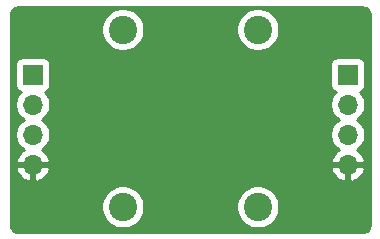
<source format=gbr>
%TF.GenerationSoftware,KiCad,Pcbnew,5.1.10*%
%TF.CreationDate,2021-06-13T21:02:04+02:00*%
%TF.ProjectId,filter,66696c74-6572-42e6-9b69-6361645f7063,rev?*%
%TF.SameCoordinates,Original*%
%TF.FileFunction,Copper,L2,Bot*%
%TF.FilePolarity,Positive*%
%FSLAX46Y46*%
G04 Gerber Fmt 4.6, Leading zero omitted, Abs format (unit mm)*
G04 Created by KiCad (PCBNEW 5.1.10) date 2021-06-13 21:02:04*
%MOMM*%
%LPD*%
G01*
G04 APERTURE LIST*
%TA.AperFunction,ComponentPad*%
%ADD10C,2.400000*%
%TD*%
%TA.AperFunction,ComponentPad*%
%ADD11R,1.700000X1.700000*%
%TD*%
%TA.AperFunction,ComponentPad*%
%ADD12O,1.700000X1.700000*%
%TD*%
%TA.AperFunction,Conductor*%
%ADD13C,0.254000*%
%TD*%
%TA.AperFunction,Conductor*%
%ADD14C,0.100000*%
%TD*%
G04 APERTURE END LIST*
D10*
%TO.P,L101,1*%
%TO.N,Net-(C104-Pad1)*%
X147320000Y-77470000D03*
%TO.P,L101,2*%
%TO.N,Net-(C101-Pad2)*%
X147320000Y-92470000D03*
%TD*%
D11*
%TO.P,J101,1*%
%TO.N,Net-(C104-Pad1)*%
X139700000Y-81280000D03*
D12*
%TO.P,J101,2*%
%TO.N,Net-(J101-Pad2)*%
X139700000Y-83820000D03*
%TO.P,J101,3*%
%TO.N,Net-(J101-Pad3)*%
X139700000Y-86360000D03*
%TO.P,J101,4*%
%TO.N,GND*%
X139700000Y-88900000D03*
%TD*%
%TO.P,J102,4*%
%TO.N,GND*%
X166370000Y-88900000D03*
%TO.P,J102,3*%
%TO.N,Net-(J102-Pad3)*%
X166370000Y-86360000D03*
%TO.P,J102,2*%
%TO.N,Net-(J102-Pad2)*%
X166370000Y-83820000D03*
D11*
%TO.P,J102,1*%
%TO.N,Net-(C102-Pad2)*%
X166370000Y-81280000D03*
%TD*%
D10*
%TO.P,L102,2*%
%TO.N,Net-(C102-Pad2)*%
X158750000Y-77470000D03*
%TO.P,L102,1*%
%TO.N,Net-(C101-Pad1)*%
X158750000Y-92470000D03*
%TD*%
D13*
%TO.N,GND*%
X167757869Y-75604722D02*
X167871246Y-75638953D01*
X167975819Y-75694555D01*
X168067596Y-75769407D01*
X168143091Y-75860664D01*
X168199419Y-75964844D01*
X168234440Y-76077976D01*
X168250001Y-76226031D01*
X168250000Y-93947721D01*
X168235278Y-94097869D01*
X168201047Y-94211246D01*
X168145446Y-94315817D01*
X168070594Y-94407595D01*
X167979335Y-94483091D01*
X167875160Y-94539419D01*
X167762024Y-94574440D01*
X167613979Y-94590000D01*
X138462279Y-94590000D01*
X138312131Y-94575278D01*
X138198754Y-94541047D01*
X138094183Y-94485446D01*
X138002405Y-94410594D01*
X137926909Y-94319335D01*
X137870581Y-94215160D01*
X137835560Y-94102024D01*
X137820000Y-93953979D01*
X137820000Y-92289268D01*
X145485000Y-92289268D01*
X145485000Y-92650732D01*
X145555518Y-93005250D01*
X145693844Y-93339199D01*
X145894662Y-93639744D01*
X146150256Y-93895338D01*
X146450801Y-94096156D01*
X146784750Y-94234482D01*
X147139268Y-94305000D01*
X147500732Y-94305000D01*
X147855250Y-94234482D01*
X148189199Y-94096156D01*
X148489744Y-93895338D01*
X148745338Y-93639744D01*
X148946156Y-93339199D01*
X149084482Y-93005250D01*
X149155000Y-92650732D01*
X149155000Y-92289268D01*
X156915000Y-92289268D01*
X156915000Y-92650732D01*
X156985518Y-93005250D01*
X157123844Y-93339199D01*
X157324662Y-93639744D01*
X157580256Y-93895338D01*
X157880801Y-94096156D01*
X158214750Y-94234482D01*
X158569268Y-94305000D01*
X158930732Y-94305000D01*
X159285250Y-94234482D01*
X159619199Y-94096156D01*
X159919744Y-93895338D01*
X160175338Y-93639744D01*
X160376156Y-93339199D01*
X160514482Y-93005250D01*
X160585000Y-92650732D01*
X160585000Y-92289268D01*
X160514482Y-91934750D01*
X160376156Y-91600801D01*
X160175338Y-91300256D01*
X159919744Y-91044662D01*
X159619199Y-90843844D01*
X159285250Y-90705518D01*
X158930732Y-90635000D01*
X158569268Y-90635000D01*
X158214750Y-90705518D01*
X157880801Y-90843844D01*
X157580256Y-91044662D01*
X157324662Y-91300256D01*
X157123844Y-91600801D01*
X156985518Y-91934750D01*
X156915000Y-92289268D01*
X149155000Y-92289268D01*
X149084482Y-91934750D01*
X148946156Y-91600801D01*
X148745338Y-91300256D01*
X148489744Y-91044662D01*
X148189199Y-90843844D01*
X147855250Y-90705518D01*
X147500732Y-90635000D01*
X147139268Y-90635000D01*
X146784750Y-90705518D01*
X146450801Y-90843844D01*
X146150256Y-91044662D01*
X145894662Y-91300256D01*
X145693844Y-91600801D01*
X145555518Y-91934750D01*
X145485000Y-92289268D01*
X137820000Y-92289268D01*
X137820000Y-89256890D01*
X138258524Y-89256890D01*
X138303175Y-89404099D01*
X138428359Y-89666920D01*
X138602412Y-89900269D01*
X138818645Y-90095178D01*
X139068748Y-90244157D01*
X139343109Y-90341481D01*
X139573000Y-90220814D01*
X139573000Y-89027000D01*
X139827000Y-89027000D01*
X139827000Y-90220814D01*
X140056891Y-90341481D01*
X140331252Y-90244157D01*
X140581355Y-90095178D01*
X140797588Y-89900269D01*
X140971641Y-89666920D01*
X141096825Y-89404099D01*
X141141476Y-89256890D01*
X164928524Y-89256890D01*
X164973175Y-89404099D01*
X165098359Y-89666920D01*
X165272412Y-89900269D01*
X165488645Y-90095178D01*
X165738748Y-90244157D01*
X166013109Y-90341481D01*
X166243000Y-90220814D01*
X166243000Y-89027000D01*
X166497000Y-89027000D01*
X166497000Y-90220814D01*
X166726891Y-90341481D01*
X167001252Y-90244157D01*
X167251355Y-90095178D01*
X167467588Y-89900269D01*
X167641641Y-89666920D01*
X167766825Y-89404099D01*
X167811476Y-89256890D01*
X167690155Y-89027000D01*
X166497000Y-89027000D01*
X166243000Y-89027000D01*
X165049845Y-89027000D01*
X164928524Y-89256890D01*
X141141476Y-89256890D01*
X141020155Y-89027000D01*
X139827000Y-89027000D01*
X139573000Y-89027000D01*
X138379845Y-89027000D01*
X138258524Y-89256890D01*
X137820000Y-89256890D01*
X137820000Y-80430000D01*
X138211928Y-80430000D01*
X138211928Y-82130000D01*
X138224188Y-82254482D01*
X138260498Y-82374180D01*
X138319463Y-82484494D01*
X138398815Y-82581185D01*
X138495506Y-82660537D01*
X138605820Y-82719502D01*
X138678380Y-82741513D01*
X138546525Y-82873368D01*
X138384010Y-83116589D01*
X138272068Y-83386842D01*
X138215000Y-83673740D01*
X138215000Y-83966260D01*
X138272068Y-84253158D01*
X138384010Y-84523411D01*
X138546525Y-84766632D01*
X138753368Y-84973475D01*
X138927760Y-85090000D01*
X138753368Y-85206525D01*
X138546525Y-85413368D01*
X138384010Y-85656589D01*
X138272068Y-85926842D01*
X138215000Y-86213740D01*
X138215000Y-86506260D01*
X138272068Y-86793158D01*
X138384010Y-87063411D01*
X138546525Y-87306632D01*
X138753368Y-87513475D01*
X138935534Y-87635195D01*
X138818645Y-87704822D01*
X138602412Y-87899731D01*
X138428359Y-88133080D01*
X138303175Y-88395901D01*
X138258524Y-88543110D01*
X138379845Y-88773000D01*
X139573000Y-88773000D01*
X139573000Y-88753000D01*
X139827000Y-88753000D01*
X139827000Y-88773000D01*
X141020155Y-88773000D01*
X141141476Y-88543110D01*
X141096825Y-88395901D01*
X140971641Y-88133080D01*
X140797588Y-87899731D01*
X140581355Y-87704822D01*
X140464466Y-87635195D01*
X140646632Y-87513475D01*
X140853475Y-87306632D01*
X141015990Y-87063411D01*
X141127932Y-86793158D01*
X141185000Y-86506260D01*
X141185000Y-86213740D01*
X141127932Y-85926842D01*
X141015990Y-85656589D01*
X140853475Y-85413368D01*
X140646632Y-85206525D01*
X140472240Y-85090000D01*
X140646632Y-84973475D01*
X140853475Y-84766632D01*
X141015990Y-84523411D01*
X141127932Y-84253158D01*
X141185000Y-83966260D01*
X141185000Y-83673740D01*
X141127932Y-83386842D01*
X141015990Y-83116589D01*
X140853475Y-82873368D01*
X140721620Y-82741513D01*
X140794180Y-82719502D01*
X140904494Y-82660537D01*
X141001185Y-82581185D01*
X141080537Y-82484494D01*
X141139502Y-82374180D01*
X141175812Y-82254482D01*
X141188072Y-82130000D01*
X141188072Y-80430000D01*
X164881928Y-80430000D01*
X164881928Y-82130000D01*
X164894188Y-82254482D01*
X164930498Y-82374180D01*
X164989463Y-82484494D01*
X165068815Y-82581185D01*
X165165506Y-82660537D01*
X165275820Y-82719502D01*
X165348380Y-82741513D01*
X165216525Y-82873368D01*
X165054010Y-83116589D01*
X164942068Y-83386842D01*
X164885000Y-83673740D01*
X164885000Y-83966260D01*
X164942068Y-84253158D01*
X165054010Y-84523411D01*
X165216525Y-84766632D01*
X165423368Y-84973475D01*
X165597760Y-85090000D01*
X165423368Y-85206525D01*
X165216525Y-85413368D01*
X165054010Y-85656589D01*
X164942068Y-85926842D01*
X164885000Y-86213740D01*
X164885000Y-86506260D01*
X164942068Y-86793158D01*
X165054010Y-87063411D01*
X165216525Y-87306632D01*
X165423368Y-87513475D01*
X165605534Y-87635195D01*
X165488645Y-87704822D01*
X165272412Y-87899731D01*
X165098359Y-88133080D01*
X164973175Y-88395901D01*
X164928524Y-88543110D01*
X165049845Y-88773000D01*
X166243000Y-88773000D01*
X166243000Y-88753000D01*
X166497000Y-88753000D01*
X166497000Y-88773000D01*
X167690155Y-88773000D01*
X167811476Y-88543110D01*
X167766825Y-88395901D01*
X167641641Y-88133080D01*
X167467588Y-87899731D01*
X167251355Y-87704822D01*
X167134466Y-87635195D01*
X167316632Y-87513475D01*
X167523475Y-87306632D01*
X167685990Y-87063411D01*
X167797932Y-86793158D01*
X167855000Y-86506260D01*
X167855000Y-86213740D01*
X167797932Y-85926842D01*
X167685990Y-85656589D01*
X167523475Y-85413368D01*
X167316632Y-85206525D01*
X167142240Y-85090000D01*
X167316632Y-84973475D01*
X167523475Y-84766632D01*
X167685990Y-84523411D01*
X167797932Y-84253158D01*
X167855000Y-83966260D01*
X167855000Y-83673740D01*
X167797932Y-83386842D01*
X167685990Y-83116589D01*
X167523475Y-82873368D01*
X167391620Y-82741513D01*
X167464180Y-82719502D01*
X167574494Y-82660537D01*
X167671185Y-82581185D01*
X167750537Y-82484494D01*
X167809502Y-82374180D01*
X167845812Y-82254482D01*
X167858072Y-82130000D01*
X167858072Y-80430000D01*
X167845812Y-80305518D01*
X167809502Y-80185820D01*
X167750537Y-80075506D01*
X167671185Y-79978815D01*
X167574494Y-79899463D01*
X167464180Y-79840498D01*
X167344482Y-79804188D01*
X167220000Y-79791928D01*
X165520000Y-79791928D01*
X165395518Y-79804188D01*
X165275820Y-79840498D01*
X165165506Y-79899463D01*
X165068815Y-79978815D01*
X164989463Y-80075506D01*
X164930498Y-80185820D01*
X164894188Y-80305518D01*
X164881928Y-80430000D01*
X141188072Y-80430000D01*
X141175812Y-80305518D01*
X141139502Y-80185820D01*
X141080537Y-80075506D01*
X141001185Y-79978815D01*
X140904494Y-79899463D01*
X140794180Y-79840498D01*
X140674482Y-79804188D01*
X140550000Y-79791928D01*
X138850000Y-79791928D01*
X138725518Y-79804188D01*
X138605820Y-79840498D01*
X138495506Y-79899463D01*
X138398815Y-79978815D01*
X138319463Y-80075506D01*
X138260498Y-80185820D01*
X138224188Y-80305518D01*
X138211928Y-80430000D01*
X137820000Y-80430000D01*
X137820000Y-77289268D01*
X145485000Y-77289268D01*
X145485000Y-77650732D01*
X145555518Y-78005250D01*
X145693844Y-78339199D01*
X145894662Y-78639744D01*
X146150256Y-78895338D01*
X146450801Y-79096156D01*
X146784750Y-79234482D01*
X147139268Y-79305000D01*
X147500732Y-79305000D01*
X147855250Y-79234482D01*
X148189199Y-79096156D01*
X148489744Y-78895338D01*
X148745338Y-78639744D01*
X148946156Y-78339199D01*
X149084482Y-78005250D01*
X149155000Y-77650732D01*
X149155000Y-77289268D01*
X156915000Y-77289268D01*
X156915000Y-77650732D01*
X156985518Y-78005250D01*
X157123844Y-78339199D01*
X157324662Y-78639744D01*
X157580256Y-78895338D01*
X157880801Y-79096156D01*
X158214750Y-79234482D01*
X158569268Y-79305000D01*
X158930732Y-79305000D01*
X159285250Y-79234482D01*
X159619199Y-79096156D01*
X159919744Y-78895338D01*
X160175338Y-78639744D01*
X160376156Y-78339199D01*
X160514482Y-78005250D01*
X160585000Y-77650732D01*
X160585000Y-77289268D01*
X160514482Y-76934750D01*
X160376156Y-76600801D01*
X160175338Y-76300256D01*
X159919744Y-76044662D01*
X159619199Y-75843844D01*
X159285250Y-75705518D01*
X158930732Y-75635000D01*
X158569268Y-75635000D01*
X158214750Y-75705518D01*
X157880801Y-75843844D01*
X157580256Y-76044662D01*
X157324662Y-76300256D01*
X157123844Y-76600801D01*
X156985518Y-76934750D01*
X156915000Y-77289268D01*
X149155000Y-77289268D01*
X149084482Y-76934750D01*
X148946156Y-76600801D01*
X148745338Y-76300256D01*
X148489744Y-76044662D01*
X148189199Y-75843844D01*
X147855250Y-75705518D01*
X147500732Y-75635000D01*
X147139268Y-75635000D01*
X146784750Y-75705518D01*
X146450801Y-75843844D01*
X146150256Y-76044662D01*
X145894662Y-76300256D01*
X145693844Y-76600801D01*
X145555518Y-76934750D01*
X145485000Y-77289268D01*
X137820000Y-77289268D01*
X137820000Y-76232279D01*
X137834722Y-76082131D01*
X137868953Y-75968754D01*
X137924555Y-75864181D01*
X137999407Y-75772404D01*
X138090664Y-75696909D01*
X138194844Y-75640581D01*
X138307976Y-75605560D01*
X138456022Y-75590000D01*
X167607721Y-75590000D01*
X167757869Y-75604722D01*
%TA.AperFunction,Conductor*%
D14*
G36*
X167757869Y-75604722D02*
G01*
X167871246Y-75638953D01*
X167975819Y-75694555D01*
X168067596Y-75769407D01*
X168143091Y-75860664D01*
X168199419Y-75964844D01*
X168234440Y-76077976D01*
X168250001Y-76226031D01*
X168250000Y-93947721D01*
X168235278Y-94097869D01*
X168201047Y-94211246D01*
X168145446Y-94315817D01*
X168070594Y-94407595D01*
X167979335Y-94483091D01*
X167875160Y-94539419D01*
X167762024Y-94574440D01*
X167613979Y-94590000D01*
X138462279Y-94590000D01*
X138312131Y-94575278D01*
X138198754Y-94541047D01*
X138094183Y-94485446D01*
X138002405Y-94410594D01*
X137926909Y-94319335D01*
X137870581Y-94215160D01*
X137835560Y-94102024D01*
X137820000Y-93953979D01*
X137820000Y-92289268D01*
X145485000Y-92289268D01*
X145485000Y-92650732D01*
X145555518Y-93005250D01*
X145693844Y-93339199D01*
X145894662Y-93639744D01*
X146150256Y-93895338D01*
X146450801Y-94096156D01*
X146784750Y-94234482D01*
X147139268Y-94305000D01*
X147500732Y-94305000D01*
X147855250Y-94234482D01*
X148189199Y-94096156D01*
X148489744Y-93895338D01*
X148745338Y-93639744D01*
X148946156Y-93339199D01*
X149084482Y-93005250D01*
X149155000Y-92650732D01*
X149155000Y-92289268D01*
X156915000Y-92289268D01*
X156915000Y-92650732D01*
X156985518Y-93005250D01*
X157123844Y-93339199D01*
X157324662Y-93639744D01*
X157580256Y-93895338D01*
X157880801Y-94096156D01*
X158214750Y-94234482D01*
X158569268Y-94305000D01*
X158930732Y-94305000D01*
X159285250Y-94234482D01*
X159619199Y-94096156D01*
X159919744Y-93895338D01*
X160175338Y-93639744D01*
X160376156Y-93339199D01*
X160514482Y-93005250D01*
X160585000Y-92650732D01*
X160585000Y-92289268D01*
X160514482Y-91934750D01*
X160376156Y-91600801D01*
X160175338Y-91300256D01*
X159919744Y-91044662D01*
X159619199Y-90843844D01*
X159285250Y-90705518D01*
X158930732Y-90635000D01*
X158569268Y-90635000D01*
X158214750Y-90705518D01*
X157880801Y-90843844D01*
X157580256Y-91044662D01*
X157324662Y-91300256D01*
X157123844Y-91600801D01*
X156985518Y-91934750D01*
X156915000Y-92289268D01*
X149155000Y-92289268D01*
X149084482Y-91934750D01*
X148946156Y-91600801D01*
X148745338Y-91300256D01*
X148489744Y-91044662D01*
X148189199Y-90843844D01*
X147855250Y-90705518D01*
X147500732Y-90635000D01*
X147139268Y-90635000D01*
X146784750Y-90705518D01*
X146450801Y-90843844D01*
X146150256Y-91044662D01*
X145894662Y-91300256D01*
X145693844Y-91600801D01*
X145555518Y-91934750D01*
X145485000Y-92289268D01*
X137820000Y-92289268D01*
X137820000Y-89256890D01*
X138258524Y-89256890D01*
X138303175Y-89404099D01*
X138428359Y-89666920D01*
X138602412Y-89900269D01*
X138818645Y-90095178D01*
X139068748Y-90244157D01*
X139343109Y-90341481D01*
X139573000Y-90220814D01*
X139573000Y-89027000D01*
X139827000Y-89027000D01*
X139827000Y-90220814D01*
X140056891Y-90341481D01*
X140331252Y-90244157D01*
X140581355Y-90095178D01*
X140797588Y-89900269D01*
X140971641Y-89666920D01*
X141096825Y-89404099D01*
X141141476Y-89256890D01*
X164928524Y-89256890D01*
X164973175Y-89404099D01*
X165098359Y-89666920D01*
X165272412Y-89900269D01*
X165488645Y-90095178D01*
X165738748Y-90244157D01*
X166013109Y-90341481D01*
X166243000Y-90220814D01*
X166243000Y-89027000D01*
X166497000Y-89027000D01*
X166497000Y-90220814D01*
X166726891Y-90341481D01*
X167001252Y-90244157D01*
X167251355Y-90095178D01*
X167467588Y-89900269D01*
X167641641Y-89666920D01*
X167766825Y-89404099D01*
X167811476Y-89256890D01*
X167690155Y-89027000D01*
X166497000Y-89027000D01*
X166243000Y-89027000D01*
X165049845Y-89027000D01*
X164928524Y-89256890D01*
X141141476Y-89256890D01*
X141020155Y-89027000D01*
X139827000Y-89027000D01*
X139573000Y-89027000D01*
X138379845Y-89027000D01*
X138258524Y-89256890D01*
X137820000Y-89256890D01*
X137820000Y-80430000D01*
X138211928Y-80430000D01*
X138211928Y-82130000D01*
X138224188Y-82254482D01*
X138260498Y-82374180D01*
X138319463Y-82484494D01*
X138398815Y-82581185D01*
X138495506Y-82660537D01*
X138605820Y-82719502D01*
X138678380Y-82741513D01*
X138546525Y-82873368D01*
X138384010Y-83116589D01*
X138272068Y-83386842D01*
X138215000Y-83673740D01*
X138215000Y-83966260D01*
X138272068Y-84253158D01*
X138384010Y-84523411D01*
X138546525Y-84766632D01*
X138753368Y-84973475D01*
X138927760Y-85090000D01*
X138753368Y-85206525D01*
X138546525Y-85413368D01*
X138384010Y-85656589D01*
X138272068Y-85926842D01*
X138215000Y-86213740D01*
X138215000Y-86506260D01*
X138272068Y-86793158D01*
X138384010Y-87063411D01*
X138546525Y-87306632D01*
X138753368Y-87513475D01*
X138935534Y-87635195D01*
X138818645Y-87704822D01*
X138602412Y-87899731D01*
X138428359Y-88133080D01*
X138303175Y-88395901D01*
X138258524Y-88543110D01*
X138379845Y-88773000D01*
X139573000Y-88773000D01*
X139573000Y-88753000D01*
X139827000Y-88753000D01*
X139827000Y-88773000D01*
X141020155Y-88773000D01*
X141141476Y-88543110D01*
X141096825Y-88395901D01*
X140971641Y-88133080D01*
X140797588Y-87899731D01*
X140581355Y-87704822D01*
X140464466Y-87635195D01*
X140646632Y-87513475D01*
X140853475Y-87306632D01*
X141015990Y-87063411D01*
X141127932Y-86793158D01*
X141185000Y-86506260D01*
X141185000Y-86213740D01*
X141127932Y-85926842D01*
X141015990Y-85656589D01*
X140853475Y-85413368D01*
X140646632Y-85206525D01*
X140472240Y-85090000D01*
X140646632Y-84973475D01*
X140853475Y-84766632D01*
X141015990Y-84523411D01*
X141127932Y-84253158D01*
X141185000Y-83966260D01*
X141185000Y-83673740D01*
X141127932Y-83386842D01*
X141015990Y-83116589D01*
X140853475Y-82873368D01*
X140721620Y-82741513D01*
X140794180Y-82719502D01*
X140904494Y-82660537D01*
X141001185Y-82581185D01*
X141080537Y-82484494D01*
X141139502Y-82374180D01*
X141175812Y-82254482D01*
X141188072Y-82130000D01*
X141188072Y-80430000D01*
X164881928Y-80430000D01*
X164881928Y-82130000D01*
X164894188Y-82254482D01*
X164930498Y-82374180D01*
X164989463Y-82484494D01*
X165068815Y-82581185D01*
X165165506Y-82660537D01*
X165275820Y-82719502D01*
X165348380Y-82741513D01*
X165216525Y-82873368D01*
X165054010Y-83116589D01*
X164942068Y-83386842D01*
X164885000Y-83673740D01*
X164885000Y-83966260D01*
X164942068Y-84253158D01*
X165054010Y-84523411D01*
X165216525Y-84766632D01*
X165423368Y-84973475D01*
X165597760Y-85090000D01*
X165423368Y-85206525D01*
X165216525Y-85413368D01*
X165054010Y-85656589D01*
X164942068Y-85926842D01*
X164885000Y-86213740D01*
X164885000Y-86506260D01*
X164942068Y-86793158D01*
X165054010Y-87063411D01*
X165216525Y-87306632D01*
X165423368Y-87513475D01*
X165605534Y-87635195D01*
X165488645Y-87704822D01*
X165272412Y-87899731D01*
X165098359Y-88133080D01*
X164973175Y-88395901D01*
X164928524Y-88543110D01*
X165049845Y-88773000D01*
X166243000Y-88773000D01*
X166243000Y-88753000D01*
X166497000Y-88753000D01*
X166497000Y-88773000D01*
X167690155Y-88773000D01*
X167811476Y-88543110D01*
X167766825Y-88395901D01*
X167641641Y-88133080D01*
X167467588Y-87899731D01*
X167251355Y-87704822D01*
X167134466Y-87635195D01*
X167316632Y-87513475D01*
X167523475Y-87306632D01*
X167685990Y-87063411D01*
X167797932Y-86793158D01*
X167855000Y-86506260D01*
X167855000Y-86213740D01*
X167797932Y-85926842D01*
X167685990Y-85656589D01*
X167523475Y-85413368D01*
X167316632Y-85206525D01*
X167142240Y-85090000D01*
X167316632Y-84973475D01*
X167523475Y-84766632D01*
X167685990Y-84523411D01*
X167797932Y-84253158D01*
X167855000Y-83966260D01*
X167855000Y-83673740D01*
X167797932Y-83386842D01*
X167685990Y-83116589D01*
X167523475Y-82873368D01*
X167391620Y-82741513D01*
X167464180Y-82719502D01*
X167574494Y-82660537D01*
X167671185Y-82581185D01*
X167750537Y-82484494D01*
X167809502Y-82374180D01*
X167845812Y-82254482D01*
X167858072Y-82130000D01*
X167858072Y-80430000D01*
X167845812Y-80305518D01*
X167809502Y-80185820D01*
X167750537Y-80075506D01*
X167671185Y-79978815D01*
X167574494Y-79899463D01*
X167464180Y-79840498D01*
X167344482Y-79804188D01*
X167220000Y-79791928D01*
X165520000Y-79791928D01*
X165395518Y-79804188D01*
X165275820Y-79840498D01*
X165165506Y-79899463D01*
X165068815Y-79978815D01*
X164989463Y-80075506D01*
X164930498Y-80185820D01*
X164894188Y-80305518D01*
X164881928Y-80430000D01*
X141188072Y-80430000D01*
X141175812Y-80305518D01*
X141139502Y-80185820D01*
X141080537Y-80075506D01*
X141001185Y-79978815D01*
X140904494Y-79899463D01*
X140794180Y-79840498D01*
X140674482Y-79804188D01*
X140550000Y-79791928D01*
X138850000Y-79791928D01*
X138725518Y-79804188D01*
X138605820Y-79840498D01*
X138495506Y-79899463D01*
X138398815Y-79978815D01*
X138319463Y-80075506D01*
X138260498Y-80185820D01*
X138224188Y-80305518D01*
X138211928Y-80430000D01*
X137820000Y-80430000D01*
X137820000Y-77289268D01*
X145485000Y-77289268D01*
X145485000Y-77650732D01*
X145555518Y-78005250D01*
X145693844Y-78339199D01*
X145894662Y-78639744D01*
X146150256Y-78895338D01*
X146450801Y-79096156D01*
X146784750Y-79234482D01*
X147139268Y-79305000D01*
X147500732Y-79305000D01*
X147855250Y-79234482D01*
X148189199Y-79096156D01*
X148489744Y-78895338D01*
X148745338Y-78639744D01*
X148946156Y-78339199D01*
X149084482Y-78005250D01*
X149155000Y-77650732D01*
X149155000Y-77289268D01*
X156915000Y-77289268D01*
X156915000Y-77650732D01*
X156985518Y-78005250D01*
X157123844Y-78339199D01*
X157324662Y-78639744D01*
X157580256Y-78895338D01*
X157880801Y-79096156D01*
X158214750Y-79234482D01*
X158569268Y-79305000D01*
X158930732Y-79305000D01*
X159285250Y-79234482D01*
X159619199Y-79096156D01*
X159919744Y-78895338D01*
X160175338Y-78639744D01*
X160376156Y-78339199D01*
X160514482Y-78005250D01*
X160585000Y-77650732D01*
X160585000Y-77289268D01*
X160514482Y-76934750D01*
X160376156Y-76600801D01*
X160175338Y-76300256D01*
X159919744Y-76044662D01*
X159619199Y-75843844D01*
X159285250Y-75705518D01*
X158930732Y-75635000D01*
X158569268Y-75635000D01*
X158214750Y-75705518D01*
X157880801Y-75843844D01*
X157580256Y-76044662D01*
X157324662Y-76300256D01*
X157123844Y-76600801D01*
X156985518Y-76934750D01*
X156915000Y-77289268D01*
X149155000Y-77289268D01*
X149084482Y-76934750D01*
X148946156Y-76600801D01*
X148745338Y-76300256D01*
X148489744Y-76044662D01*
X148189199Y-75843844D01*
X147855250Y-75705518D01*
X147500732Y-75635000D01*
X147139268Y-75635000D01*
X146784750Y-75705518D01*
X146450801Y-75843844D01*
X146150256Y-76044662D01*
X145894662Y-76300256D01*
X145693844Y-76600801D01*
X145555518Y-76934750D01*
X145485000Y-77289268D01*
X137820000Y-77289268D01*
X137820000Y-76232279D01*
X137834722Y-76082131D01*
X137868953Y-75968754D01*
X137924555Y-75864181D01*
X137999407Y-75772404D01*
X138090664Y-75696909D01*
X138194844Y-75640581D01*
X138307976Y-75605560D01*
X138456022Y-75590000D01*
X167607721Y-75590000D01*
X167757869Y-75604722D01*
G37*
%TD.AperFunction*%
%TD*%
M02*

</source>
